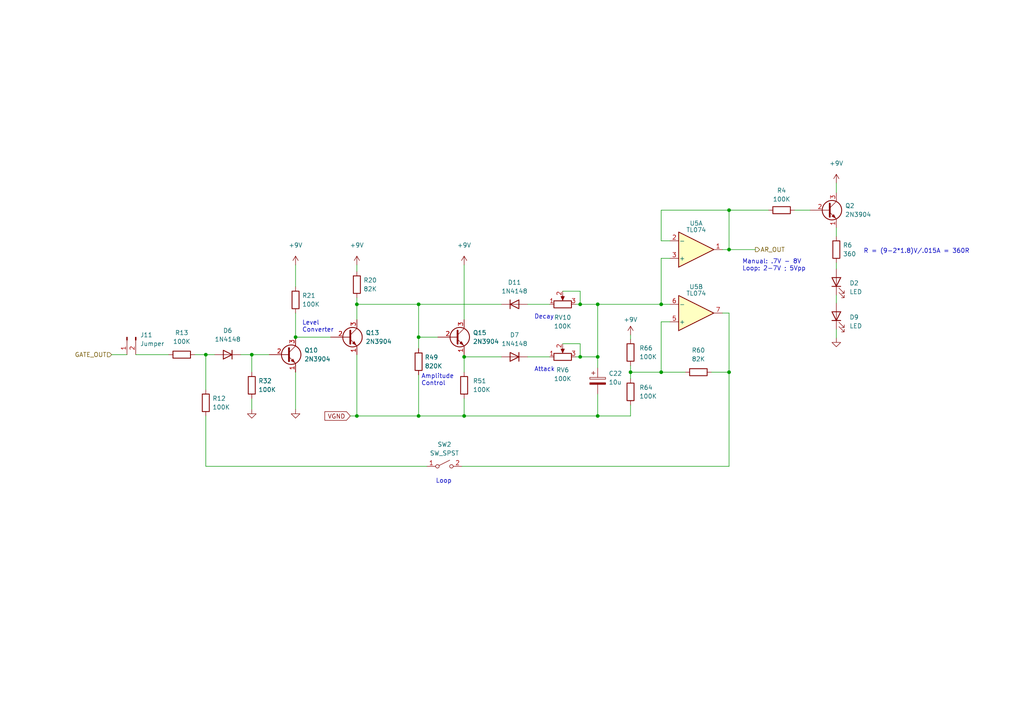
<source format=kicad_sch>
(kicad_sch (version 20211123) (generator eeschema)
  (paper "A4")
  (title_block (title "LivSynth - EG") (date "2022-07-18") (rev "${Version}") (company "SloBlo Labs"))
  (lib_symbols
    (symbol "Amplifier_Operational:TL074" (pin_names (offset 0.127))
      (property "Reference" "U" (at 0 5.08 0))
      (property "Value" "TL074" (at 0 -5.08 0))
      (symbol "TL074_1_1"
        (polyline (pts (xy -5.08 5.08) (xy 5.08 0) (xy -5.08 -5.08) (xy -5.08 5.08)) (stroke (width 0.254)) (fill (type background)))
        (pin output line (at 7.62 0 180) (length 2.54) (name "~") (number "1"))
        (pin input line (at -7.62 -2.54 0) (length 2.54) (name "-") (number "2"))
        (pin input line (at -7.62 2.54 0) (length 2.54) (name "+") (number "3"))
      )
      (symbol "TL074_2_1"
        (polyline (pts (xy -5.08 5.08) (xy 5.08 0) (xy -5.08 -5.08) (xy -5.08 5.08)) (stroke (width 0.254)) (fill (type background)))
        (pin input line (at -7.62 2.54 0) (length 2.54) (name "+") (number "5"))
        (pin input line (at -7.62 -2.54 0) (length 2.54) (name "-") (number "6"))
        (pin output line (at 7.62 0 180) (length 2.54) (name "~") (number "7"))
      )
      (symbol "TL074_3_1"
        (polyline (pts (xy -5.08 5.08) (xy 5.08 0) (xy -5.08 -5.08) (xy -5.08 5.08)) (stroke (width 0.254)) (fill (type background)))
        (pin input line (at -7.62 2.54 0) (length 2.54) (name "+") (number "10"))
        (pin output line (at 7.62 0 180) (length 2.54) (name "~") (number "8"))
        (pin input line (at -7.62 -2.54 0) (length 2.54) (name "-") (number "9"))
      )
      (symbol "TL074_4_1"
        (polyline (pts (xy -5.08 5.08) (xy 5.08 0) (xy -5.08 -5.08) (xy -5.08 5.08)) (stroke (width 0.254)) (fill (type background)))
        (pin input line (at -7.62 2.54 0) (length 2.54) (name "+") (number "12"))
        (pin input line (at -7.62 -2.54 0) (length 2.54) (name "-") (number "13"))
        (pin output line (at 7.62 0 180) (length 2.54) (name "~") (number "14"))
      )
      (symbol "TL074_5_1"
        (pin power_in line (at -2.54 -7.62 90) (length 3.81) (name "V-") (number "11"))
        (pin power_in line (at -2.54 7.62 270) (length 3.81) (name "V+") (number "4"))
      )
    )
    (symbol "Connector:Conn_01x02_Male" (pin_names (offset 1.016) hide)
      (property "Reference" "J" (at 0 2.54 0))
      (property "Value" "Conn_01x02_Male" (at 0 -5.08 0))
      (symbol "Conn_01x02_Male_1_1"
        (polyline (pts (xy 1.27 -2.54) (xy 0.8636 -2.54)) (stroke (width 0.1524)))
        (polyline (pts (xy 1.27 0) (xy 0.8636 0)) (stroke (width 0.1524)))
        (rectangle (start 0.8636 -2.413) (end 0 -2.667) (stroke (width 0.1524)) (fill (type outline)))
        (rectangle (start 0.8636 0.127) (end 0 -0.127) (stroke (width 0.1524)) (fill (type outline)))
        (pin passive line (at 5.08 0 180) (length 3.81) (name "Pin_1") (number "1"))
        (pin passive line (at 5.08 -2.54 180) (length 3.81) (name "Pin_2") (number "2"))
      )
    )
    (symbol "Device:C_Polarized" (pin_numbers hide) (pin_names (offset 0.254))
      (property "Reference" "C" (at 0.635 2.54 0))
      (property "Value" "C_Polarized" (at 0.635 -2.54 0))
      (symbol "C_Polarized_0_1"
        (rectangle (start -2.286 0.508) (end 2.286 1.016))
        (polyline (pts (xy -1.778 2.286) (xy -0.762 2.286)))
        (polyline (pts (xy -1.27 2.794) (xy -1.27 1.778)))
        (rectangle (start 2.286 -0.508) (end -2.286 -1.016) (fill (type outline)))
      )
      (symbol "C_Polarized_1_1"
        (pin passive line (at 0 3.81 270) (length 2.794) (name "~") (number "1"))
        (pin passive line (at 0 -3.81 90) (length 2.794) (name "~") (number "2"))
      )
    )
    (symbol "Device:D" (pin_numbers hide) (pin_names (offset 1.016) hide)
      (property "Reference" "D" (at 0 2.54 0))
      (property "Value" "D" (at 0 -2.54 0))
      (symbol "D_0_1"
        (polyline (pts (xy -1.27 1.27) (xy -1.27 -1.27)) (stroke (width 0.254)))
        (polyline (pts (xy 1.27 0) (xy -1.27 0)))
        (polyline (pts (xy 1.27 1.27) (xy 1.27 -1.27) (xy -1.27 0) (xy 1.27 1.27)) (stroke (width 0.254)))
      )
      (symbol "D_1_1"
        (pin passive line (at -3.81 0 0) (length 2.54) (name "K") (number "1"))
        (pin passive line (at 3.81 0 180) (length 2.54) (name "A") (number "2"))
      )
    )
    (symbol "Device:LED" (pin_numbers hide) (pin_names (offset 1.016) hide)
      (property "Reference" "D" (at 0 2.54 0))
      (property "Value" "LED" (at 0 -2.54 0))
      (symbol "LED_0_1"
        (polyline (pts (xy -1.27 -1.27) (xy -1.27 1.27)) (stroke (width 0.254)))
        (polyline (pts (xy -1.27 0) (xy 1.27 0)))
        (polyline (pts (xy 1.27 -1.27) (xy 1.27 1.27) (xy -1.27 0) (xy 1.27 -1.27)) (stroke (width 0.254)))
        (polyline (pts (xy -3.048 -0.762) (xy -4.572 -2.286) (xy -3.81 -2.286) (xy -4.572 -2.286) (xy -4.572 -1.524)))
        (polyline (pts (xy -1.778 -0.762) (xy -3.302 -2.286) (xy -2.54 -2.286) (xy -3.302 -2.286) (xy -3.302 -1.524)))
      )
      (symbol "LED_1_1"
        (pin passive line (at -3.81 0 0) (length 2.54) (name "K") (number "1"))
        (pin passive line (at 3.81 0 180) (length 2.54) (name "A") (number "2"))
      )
    )
    (symbol "Device:R" (pin_numbers hide) (pin_names (offset 0))
      (property "Reference" "R" (at 2.032 0 90))
      (property "Value" "R" (at 0 0 90))
      (symbol "R_0_1"
        (rectangle (start -1.016 -2.54) (end 1.016 2.54) (stroke (width 0.254)))
      )
      (symbol "R_1_1"
        (pin passive line (at 0 3.81 270) (length 1.27) (name "~") (number "1"))
        (pin passive line (at 0 -3.81 90) (length 1.27) (name "~") (number "2"))
      )
    )
    (symbol "Device:R_Potentiometer" (pin_names (offset 1.016) hide)
      (property "Reference" "RV" (at -4.445 0 90))
      (property "Value" "R_Potentiometer" (at -2.54 0 90))
      (symbol "R_Potentiometer_0_1"
        (polyline (pts (xy 2.54 0) (xy 1.524 0)))
        (polyline (pts (xy 1.143 0) (xy 2.286 0.508) (xy 2.286 -0.508) (xy 1.143 0)) (fill (type outline)))
        (rectangle (start 1.016 2.54) (end -1.016 -2.54) (stroke (width 0.254)))
      )
      (symbol "R_Potentiometer_1_1"
        (pin passive line (at 0 3.81 270) (length 1.27) (name "1") (number "1"))
        (pin passive line (at 3.81 0 180) (length 1.27) (name "2") (number "2"))
        (pin passive line (at 0 -3.81 90) (length 1.27) (name "3") (number "3"))
      )
    )
    (symbol "Switch:SW_SPST" (pin_names (offset 0) hide)
      (property "Reference" "SW" (at 0 3.175 0))
      (property "Value" "SW_SPST" (at 0 -2.54 0))
      (symbol "SW_SPST_0_0"
        (circle (center -2.032 0) (radius 0.508))
        (polyline (pts (xy -1.524 0.254) (xy 1.524 1.778)))
        (circle (center 2.032 0) (radius 0.508))
      )
      (symbol "SW_SPST_1_1"
        (pin passive line (at -5.08 0 0) (length 2.54) (name "A") (number "1"))
        (pin passive line (at 5.08 0 180) (length 2.54) (name "B") (number "2"))
      )
    )
    (symbol "Transistor_BJT:2N3904" (pin_names (offset 0) hide)
      (property "Reference" "Q" (at 5.08 1.905 0))
      (property "Value" "2N3904" (at 5.08 0 0))
      (symbol "2N3904_0_1"
        (polyline (pts (xy 0.635 0.635) (xy 2.54 2.54)))
        (polyline (pts (xy 0.635 -0.635) (xy 2.54 -2.54) (xy 2.54 -2.54)))
        (polyline (pts (xy 0.635 1.905) (xy 0.635 -1.905) (xy 0.635 -1.905)) (stroke (width 0.508)))
        (polyline (pts (xy 1.27 -1.778) (xy 1.778 -1.27) (xy 2.286 -2.286) (xy 1.27 -1.778) (xy 1.27 -1.778)) (fill (type outline)))
        (circle (center 1.27 0) (radius 2.8194) (stroke (width 0.254)))
      )
      (symbol "2N3904_1_1"
        (pin passive line (at 2.54 -5.08 90) (length 2.54) (name "E") (number "1"))
        (pin passive line (at -5.08 0 0) (length 5.715) (name "B") (number "2"))
        (pin passive line (at 2.54 5.08 270) (length 2.54) (name "C") (number "3"))
      )
    )
    (symbol "power:+9V" (power) (pin_names (offset 0))
      (property "Value" "+9V" (at 0 3.556 0))
      (symbol "+9V_0_1"
        (polyline (pts (xy -0.762 1.27) (xy 0 2.54)))
        (polyline (pts (xy 0 0) (xy 0 2.54)))
        (polyline (pts (xy 0 2.54) (xy 0.762 1.27)))
      )
      (symbol "+9V_1_1"
        (pin power_in line (at 0 0 90) (length 0) hide (name "+9V") (number "1"))
      )
    )
    (symbol "power:GND" (power) (pin_names (offset 0))
      (property "Value" "GND" (at 0 -3.81 0))
      (symbol "GND_0_1"
        (polyline (pts (xy 0 0) (xy 0 -1.27) (xy 1.27 -1.27) (xy 0 -2.54) (xy -1.27 -1.27) (xy 0 -1.27)))
      )
      (symbol "GND_1_1"
        (pin power_in line (at 0 0 270) (length 0) hide (name "GND") (number "1"))
      )
    )
  )
  (junction (at 168.275 88.265))
  (junction (at 134.62 120.65))
  (junction (at 73.025 102.87))
  (junction (at 173.355 120.65))
  (junction (at 191.77 107.95))
  (junction (at 182.88 107.95))
  (junction (at 211.455 60.96))
  (junction (at 134.62 103.505))
  (junction (at 173.355 88.265))
  (junction (at 173.355 103.505))
  (junction (at 59.69 102.87))
  (junction (at 121.412 88.265))
  (junction (at 211.455 72.39))
  (junction (at 168.275 103.505))
  (junction (at 191.77 88.265))
  (junction (at 121.412 120.65))
  (junction (at 103.505 120.65))
  (junction (at 85.725 97.79))
  (junction (at 103.505 88.265))
  (junction (at 211.455 107.95))
  (junction (at 121.412 97.79))
  (wire (pts (xy 59.69 120.65) (xy 59.69 135.255)))
  (wire (pts (xy 134.62 120.65) (xy 173.355 120.65)))
  (wire (pts (xy 103.505 102.87) (xy 103.505 120.65)))
  (wire (pts (xy 173.355 120.65) (xy 182.88 120.65)))
  (wire (pts (xy 121.412 88.265) (xy 121.412 97.79)))
  (wire (pts (xy 168.275 99.695) (xy 163.195 99.695)))
  (wire (pts (xy 211.455 60.96) (xy 211.455 72.39)))
  (wire (pts (xy 134.62 115.57) (xy 134.62 120.65)))
  (wire (pts (xy 168.275 88.265) (xy 173.355 88.265)))
  (wire (pts (xy 85.725 107.95) (xy 85.725 118.745)))
  (wire (pts (xy 103.505 120.65) (xy 121.412 120.65)))
  (wire (pts (xy 168.275 84.455) (xy 163.195 84.455)))
  (wire (pts (xy 194.31 74.93) (xy 191.77 74.93)))
  (wire (pts (xy 121.412 101.092) (xy 121.412 97.79)))
  (wire (pts (xy 103.505 76.835) (xy 103.505 78.74)))
  (wire (pts (xy 103.505 86.36) (xy 103.505 88.265)))
  (wire (pts (xy 32.385 102.87) (xy 36.83 102.87)))
  (wire (pts (xy 211.455 60.96) (xy 222.885 60.96)))
  (wire (pts (xy 191.77 60.96) (xy 211.455 60.96)))
  (wire (pts (xy 103.505 88.265) (xy 121.412 88.265)))
  (wire (pts (xy 103.505 88.265) (xy 103.505 92.71)))
  (wire (pts (xy 209.55 72.39) (xy 211.455 72.39)))
  (wire (pts (xy 134.62 103.505) (xy 134.62 107.95)))
  (wire (pts (xy 211.455 107.95) (xy 211.455 135.255)))
  (wire (pts (xy 194.31 93.345) (xy 191.77 93.345)))
  (wire (pts (xy 191.77 93.345) (xy 191.77 107.95)))
  (wire (pts (xy 85.725 90.805) (xy 85.725 97.79)))
  (wire (pts (xy 56.515 102.87) (xy 59.69 102.87)))
  (wire (pts (xy 242.57 53.086) (xy 242.57 55.88)))
  (wire (pts (xy 59.69 102.87) (xy 62.23 102.87)))
  (wire (pts (xy 134.62 76.835) (xy 134.62 92.71)))
  (wire (pts (xy 191.77 107.95) (xy 198.755 107.95)))
  (wire (pts (xy 168.275 103.505) (xy 168.275 99.695)))
  (wire (pts (xy 168.275 103.505) (xy 173.355 103.505)))
  (wire (pts (xy 121.412 88.265) (xy 145.415 88.265)))
  (wire (pts (xy 173.355 114.3) (xy 173.355 120.65)))
  (wire (pts (xy 134.62 103.505) (xy 145.415 103.505)))
  (wire (pts (xy 211.455 90.805) (xy 211.455 107.95)))
  (wire (pts (xy 230.505 60.96) (xy 234.95 60.96)))
  (wire (pts (xy 182.88 117.475) (xy 182.88 120.65)))
  (wire (pts (xy 59.69 135.255) (xy 123.825 135.255)))
  (wire (pts (xy 59.69 102.87) (xy 59.69 113.03)))
  (wire (pts (xy 173.355 103.505) (xy 173.355 106.68)))
  (wire (pts (xy 173.355 88.265) (xy 191.77 88.265)))
  (wire (pts (xy 211.455 90.805) (xy 209.55 90.805)))
  (wire (pts (xy 194.31 69.85) (xy 191.77 69.85)))
  (wire (pts (xy 153.035 103.505) (xy 159.385 103.505)))
  (wire (pts (xy 85.725 97.79) (xy 95.885 97.79)))
  (wire (pts (xy 242.57 95.504) (xy 242.57 98.044)))
  (wire (pts (xy 167.005 88.265) (xy 168.275 88.265)))
  (wire (pts (xy 121.412 97.79) (xy 127 97.79)))
  (wire (pts (xy 242.57 76.2) (xy 242.57 77.978)))
  (wire (pts (xy 134.62 102.87) (xy 134.62 103.505)))
  (wire (pts (xy 167.005 103.505) (xy 168.275 103.505)))
  (wire (pts (xy 73.025 102.87) (xy 78.105 102.87)))
  (wire (pts (xy 73.025 115.57) (xy 73.025 118.745)))
  (wire (pts (xy 101.6 120.65) (xy 103.505 120.65)))
  (wire (pts (xy 206.375 107.95) (xy 211.455 107.95)))
  (wire (pts (xy 242.57 66.04) (xy 242.57 68.58)))
  (wire (pts (xy 191.77 74.93) (xy 191.77 88.265)))
  (wire (pts (xy 153.035 88.265) (xy 159.385 88.265)))
  (wire (pts (xy 73.025 102.87) (xy 73.025 107.95)))
  (wire (pts (xy 39.37 102.87) (xy 48.895 102.87)))
  (wire (pts (xy 242.57 85.598) (xy 242.57 87.884)))
  (wire (pts (xy 69.85 102.87) (xy 73.025 102.87)))
  (wire (pts (xy 182.88 107.95) (xy 191.77 107.95)))
  (wire (pts (xy 191.77 88.265) (xy 194.31 88.265)))
  (wire (pts (xy 191.77 69.85) (xy 191.77 60.96)))
  (wire (pts (xy 182.88 106.045) (xy 182.88 107.95)))
  (wire (pts (xy 168.275 88.265) (xy 168.275 84.455)))
  (wire (pts (xy 182.88 97.155) (xy 182.88 98.425)))
  (wire (pts (xy 121.412 108.712) (xy 121.412 120.65)))
  (wire (pts (xy 173.355 88.265) (xy 173.355 103.505)))
  (wire (pts (xy 121.412 120.65) (xy 134.62 120.65)))
  (wire (pts (xy 211.455 72.39) (xy 219.075 72.39)))
  (wire (pts (xy 133.985 135.255) (xy 211.455 135.255)))
  (wire (pts (xy 85.725 76.835) (xy 85.725 83.185)))
  (wire (pts (xy 182.88 107.95) (xy 182.88 109.855)))
  (text "R = (9-2*1.8)V/.015A = 360R" (at 250.444 73.66 0) (effects (font (size 1.27 1.27)) (justify left bottom)))
  (text "Attack" (at 154.94 107.95 0) (effects (font (size 1.27 1.27)) (justify left bottom)))
  (text "Amplitude\nControl" (at 122.174 112.014 0) (effects (font (size 1.27 1.27)) (justify left bottom)))
  (text "Decay" (at 154.94 92.71 0) (effects (font (size 1.27 1.27)) (justify left bottom)))
  (text "Loop" (at 126.365 140.335 0) (effects (font (size 1.27 1.27)) (justify left bottom)))
  (text "Level\nConverter" (at 87.63 96.52 0) (effects (font (size 1.27 1.27)) (justify left bottom)))
  (text "Manual: .7V - 8V\nLoop: 2-7V ; 5Vpp" (at 215.265 78.74 0) (effects (font (size 1.27 1.27)) (justify left bottom)))
  (global_label "VGND" (shape input) (at 101.6 120.65 180) (property "Intersheet References" "${INTERSHEET_REFS}" (effects hide)))
  (hierarchical_label "GATE_OUT" (shape input) (at 32.385 102.87 180))
  (hierarchical_label "AR_OUT" (shape output) (at 219.075 72.39 0))
  (symbol (lib_id "Device:R") (at 121.412 104.902 0) (mirror y) (unit 1)
    (property "Reference" "R49" (at 123.19 103.6319 0) (effects (justify right)))
    (property "Value" "820K" (at 123.19 106.1719 0) (effects (justify right)))
    (property "Footprint" "Resistor_THT:R_Axial_DIN0207_L6.3mm_D2.5mm_P7.62mm_Horizontal" (effects hide))
  )
  (symbol (lib_id "Device:D") (at 149.225 88.265 0) (unit 1)
    (property "Reference" "D11" (at 149.225 81.915 0))
    (property "Value" "1N4148" (at 149.225 84.455 0))
    (property "Footprint" "Diode_THT:D_DO-35_SOD27_P7.62mm_Horizontal" (effects hide))
  )
  (symbol (lib_id "power:+9V") (at 85.725 76.835 0) (unit 1)
    (property "Reference" "#PWR034" (effects hide))
    (property "Value" "+9V" (at 85.725 71.12 0))
  )
  (symbol (lib_id "Transistor_BJT:2N3904") (at 100.965 97.79 0) (unit 1)
    (property "Reference" "Q13" (at 106.045 96.5199 0) (effects (justify left)))
    (property "Value" "2N3904" (at 106.045 99.0599 0) (effects (justify left)))
    (property "Footprint" "Package_TO_SOT_THT:TO-92_Inline" (effects hide))
    (property "Datasheet" "https://www.onsemi.com/pub/Collateral/2N3903-D.PDF" (effects hide))
  )
  (symbol (lib_id "Amplifier_Operational:TL074") (at 201.93 90.805 0) (mirror x) (unit 2)
    (property "Reference" "U5" (at 201.93 83.185 0))
    (property "Value" "TL074" (at 201.93 85.09 0))
    (property "Footprint" "Package_SO:SOIC-14_3.9x8.7mm_P1.27mm" (effects hide))
    (property "Datasheet" "http://www.ti.com/lit/ds/symlink/tl071.pdf" (effects hide))
    (property "LCSC" "C2057504" (effects hide))
  )
  (symbol (lib_id "Device:R") (at 85.725 86.995 0) (unit 1)
    (property "Reference" "R21" (at 87.63 85.7249 0) (effects (justify left)))
    (property "Value" "100K" (at 87.63 88.2649 0) (effects (justify left)))
    (property "Footprint" "Resistor_THT:R_Axial_DIN0207_L6.3mm_D2.5mm_P7.62mm_Horizontal" (effects hide))
  )
  (symbol (lib_id "Transistor_BJT:2N3904") (at 240.03 60.96 0) (unit 1)
    (property "Reference" "Q2" (at 245.11 59.6899 0) (effects (justify left)))
    (property "Value" "2N3904" (at 245.11 62.2299 0) (effects (justify left)))
    (property "Footprint" "Package_TO_SOT_THT:TO-92_Inline" (effects hide))
    (property "Datasheet" "https://www.onsemi.com/pub/Collateral/2N3903-D.PDF" (effects hide))
  )
  (symbol (lib_id "Device:C_Polarized") (at 173.355 110.49 0) (unit 1)
    (property "Reference" "C22" (at 176.53 108.3309 0) (effects (justify left)))
    (property "Value" "10u" (at 176.53 110.8709 0) (effects (justify left)))
    (property "Footprint" "Capacitor_THT:CP_Radial_D8.0mm_P3.50mm" (effects hide))
  )
  (symbol (lib_id "Device:D") (at 149.225 103.505 180) (unit 1)
    (property "Reference" "D7" (at 149.225 97.155 0))
    (property "Value" "1N4148" (at 149.225 99.695 0))
    (property "Footprint" "Diode_THT:D_DO-35_SOD27_P7.62mm_Horizontal" (effects hide))
  )
  (symbol (lib_id "Device:R") (at 103.505 82.55 0) (unit 1)
    (property "Reference" "R20" (at 105.41 81.2799 0) (effects (justify left)))
    (property "Value" "82K" (at 105.41 83.8199 0) (effects (justify left)))
    (property "Footprint" "Resistor_THT:R_Axial_DIN0207_L6.3mm_D2.5mm_P7.62mm_Horizontal" (effects hide))
  )
  (symbol (lib_id "Device:R") (at 226.695 60.96 270) (unit 1)
    (property "Reference" "R4" (at 226.695 55.245 90))
    (property "Value" "100K" (at 226.695 57.785 90))
    (property "Footprint" "Resistor_THT:R_Axial_DIN0207_L6.3mm_D2.5mm_P7.62mm_Horizontal" (effects hide))
  )
  (symbol (lib_id "Device:R") (at 202.565 107.95 90) (unit 1)
    (property "Reference" "R60" (at 202.565 101.6 90))
    (property "Value" "82K" (at 202.565 104.14 90))
    (property "Footprint" "Resistor_THT:R_Axial_DIN0207_L6.3mm_D2.5mm_P7.62mm_Horizontal" (effects hide))
  )
  (symbol (lib_id "power:+9V") (at 134.62 76.835 0) (unit 1)
    (property "Reference" "#PWR036" (effects hide))
    (property "Value" "+9V" (at 134.62 71.12 0))
  )
  (symbol (lib_id "Transistor_BJT:2N3904") (at 83.185 102.87 0) (unit 1)
    (property "Reference" "Q10" (at 88.265 101.5999 0) (effects (justify left)))
    (property "Value" "2N3904" (at 88.265 104.1399 0) (effects (justify left)))
    (property "Footprint" "Package_TO_SOT_THT:TO-92_Inline" (effects hide))
    (property "Datasheet" "https://www.onsemi.com/pub/Collateral/2N3903-D.PDF" (effects hide))
  )
  (symbol (lib_id "Device:R") (at 73.025 111.76 0) (unit 1)
    (property "Reference" "R32" (at 74.93 110.4899 0) (effects (justify left)))
    (property "Value" "100K" (at 74.93 113.0299 0) (effects (justify left)))
    (property "Footprint" "Resistor_THT:R_Axial_DIN0207_L6.3mm_D2.5mm_P7.62mm_Horizontal" (effects hide))
  )
  (symbol (lib_id "Device:D") (at 66.04 102.87 180) (unit 1)
    (property "Reference" "D6" (at 66.04 95.885 0))
    (property "Value" "1N4148" (at 66.04 98.425 0))
    (property "Footprint" "Diode_THT:D_DO-35_SOD27_P7.62mm_Horizontal" (effects hide))
  )
  (symbol (lib_id "Device:R_Potentiometer") (at 163.195 88.265 90) (unit 1)
    (property "Reference" "RV10" (at 163.195 92.075 90))
    (property "Value" "100K" (at 163.195 94.615 90))
    (property "Footprint" "SloBlo:RV141F-40-20BL" (effects hide))
  )
  (symbol (lib_id "Transistor_BJT:2N3904") (at 132.08 97.79 0) (unit 1)
    (property "Reference" "Q15" (at 137.16 96.5199 0) (effects (justify left)))
    (property "Value" "2N3904" (at 137.16 99.0599 0) (effects (justify left)))
    (property "Footprint" "Package_TO_SOT_THT:TO-92_Inline" (effects hide))
    (property "Datasheet" "https://www.onsemi.com/pub/Collateral/2N3903-D.PDF" (effects hide))
  )
  (symbol (lib_id "Device:R") (at 182.88 102.235 0) (unit 1)
    (property "Reference" "R66" (at 185.42 100.9649 0) (effects (justify left)))
    (property "Value" "100K" (at 185.42 103.5049 0) (effects (justify left)))
    (property "Footprint" "Resistor_THT:R_Axial_DIN0207_L6.3mm_D2.5mm_P7.62mm_Horizontal" (effects hide))
  )
  (symbol (lib_id "power:+9V") (at 103.505 76.835 0) (unit 1)
    (property "Reference" "#PWR035" (effects hide))
    (property "Value" "+9V" (at 103.505 71.12 0))
  )
  (symbol (lib_id "Device:LED") (at 242.57 81.788 90) (unit 1)
    (property "Reference" "D2" (at 246.38 82.1054 90) (effects (justify right)))
    (property "Value" "LED" (at 246.38 84.6454 90) (effects (justify right)))
    (property "Footprint" "LED_THT:LED_D5.0mm" (effects hide))
  )
  (symbol (lib_id "power:GND") (at 85.725 118.745 0) (unit 1)
    (property "Reference" "#PWR039" (effects hide))
    (property "Value" "GND" (effects hide))
  )
  (symbol (lib_id "power:+9V") (at 242.57 53.086 0) (unit 1)
    (property "Reference" "#PWR032" (effects hide))
    (property "Value" "+9V" (at 242.57 47.371 0))
  )
  (symbol (lib_id "Device:R") (at 59.69 116.84 0) (unit 1)
    (property "Reference" "R12" (at 61.595 115.5699 0) (effects (justify left)))
    (property "Value" "100K" (at 61.595 118.1099 0) (effects (justify left)))
    (property "Footprint" "Resistor_THT:R_Axial_DIN0207_L6.3mm_D2.5mm_P7.62mm_Horizontal" (effects hide))
  )
  (symbol (lib_id "power:+9V") (at 182.88 97.155 0) (unit 1)
    (property "Reference" "#PWR037" (effects hide))
    (property "Value" "+9V" (at 182.88 92.71 0))
  )
  (symbol (lib_id "power:GND") (at 73.025 118.745 0) (unit 1)
    (property "Reference" "#PWR038" (effects hide))
    (property "Value" "GND" (effects hide))
  )
  (symbol (lib_id "Connector:Conn_01x02_Male") (at 36.83 97.79 90) (mirror x) (unit 1)
    (property "Reference" "J11" (at 40.64 97.1549 90) (effects (justify right)))
    (property "Value" "Jumper" (at 40.64 99.6949 90) (effects (justify right)))
    (property "Footprint" "Connector_PinHeader_2.54mm:PinHeader_1x02_P2.54mm_Vertical" (effects hide))
  )
  (symbol (lib_id "Device:R") (at 52.705 102.87 90) (unit 1)
    (property "Reference" "R13" (at 52.705 96.52 90))
    (property "Value" "100K" (at 52.705 99.06 90))
    (property "Footprint" "Resistor_THT:R_Axial_DIN0207_L6.3mm_D2.5mm_P7.62mm_Horizontal" (effects hide))
  )
  (symbol (lib_id "Device:R") (at 182.88 113.665 0) (unit 1)
    (property "Reference" "R64" (at 185.42 112.3949 0) (effects (justify left)))
    (property "Value" "100K" (at 185.42 114.9349 0) (effects (justify left)))
    (property "Footprint" "Resistor_THT:R_Axial_DIN0207_L6.3mm_D2.5mm_P7.62mm_Horizontal" (effects hide))
  )
  (symbol (lib_id "power:GND") (at 242.57 98.044 0) (unit 1)
    (property "Reference" "#PWR033" (effects hide))
    (property "Value" "GND" (effects hide))
  )
  (symbol (lib_id "Device:R_Potentiometer") (at 163.195 103.505 90) (unit 1)
    (property "Reference" "RV6" (at 163.195 107.315 90))
    (property "Value" "100K" (at 163.195 109.855 90))
    (property "Footprint" "SloBlo:RV141F-40-20BL" (effects hide))
  )
  (symbol (lib_id "Switch:SW_SPST") (at 128.905 135.255 0) (unit 1)
    (property "Reference" "SW2" (at 128.905 128.905 0))
    (property "Value" "SW_SPST" (at 128.905 131.445 0))
    (property "Footprint" "SloBlo:SW_Toggle_MS500" (effects hide))
  )
  (symbol (lib_id "Device:R") (at 134.62 111.76 0) (unit 1)
    (property "Reference" "R51" (at 137.16 110.4899 0) (effects (justify left)))
    (property "Value" "100K" (at 137.16 113.0299 0) (effects (justify left)))
    (property "Footprint" "Resistor_THT:R_Axial_DIN0207_L6.3mm_D2.5mm_P7.62mm_Horizontal" (effects hide))
  )
  (symbol (lib_id "Device:LED") (at 242.57 91.694 90) (unit 1)
    (property "Reference" "D9" (at 246.38 92.0114 90) (effects (justify right)))
    (property "Value" "LED" (at 246.38 94.5514 90) (effects (justify right)))
    (property "Footprint" "LED_THT:LED_D5.0mm" (effects hide))
  )
  (symbol (lib_id "Amplifier_Operational:TL074") (at 201.93 72.39 0) (mirror x) (unit 1)
    (property "Reference" "U5" (at 201.93 64.77 0))
    (property "Value" "TL074" (at 201.93 66.675 0))
    (property "Footprint" "Package_SO:SOIC-14_3.9x8.7mm_P1.27mm" (effects hide))
    (property "Datasheet" "http://www.ti.com/lit/ds/symlink/tl071.pdf" (effects hide))
    (property "LCSC" "C2057504" (effects hide))
  )
  (symbol (lib_id "Device:R") (at 242.57 72.39 0) (unit 1)
    (property "Reference" "R6" (at 244.475 71.1199 0) (effects (justify left)))
    (property "Value" "360" (at 244.475 73.6599 0) (effects (justify left)))
    (property "Footprint" "Resistor_THT:R_Axial_DIN0207_L6.3mm_D2.5mm_P7.62mm_Horizontal" (effects hide))
  )
)
</source>
